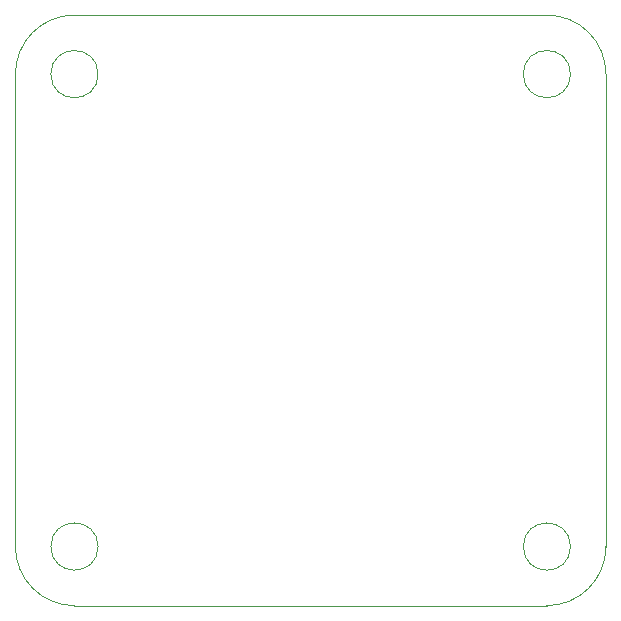
<source format=gbr>
G04 #@! TF.GenerationSoftware,KiCad,Pcbnew,5.1.4-e60b266~84~ubuntu19.04.1*
G04 #@! TF.CreationDate,2020-02-26T10:38:06+11:00*
G04 #@! TF.ProjectId,93ng-blue-aux-esp32-only,39336e67-2d62-46c7-9565-2d6175782d65,rev?*
G04 #@! TF.SameCoordinates,Original*
G04 #@! TF.FileFunction,Profile,NP*
%FSLAX46Y46*%
G04 Gerber Fmt 4.6, Leading zero omitted, Abs format (unit mm)*
G04 Created by KiCad (PCBNEW 5.1.4-e60b266~84~ubuntu19.04.1) date 2020-02-26 10:38:06*
%MOMM*%
%LPD*%
G04 APERTURE LIST*
%ADD10C,0.100000*%
G04 APERTURE END LIST*
D10*
X217000000Y-117000000D02*
G75*
G03X217000000Y-117000000I-2000000J0D01*
G01*
X177000000Y-117000000D02*
G75*
G03X177000000Y-117000000I-2000000J0D01*
G01*
X177000000Y-77000000D02*
G75*
G03X177000000Y-77000000I-2000000J0D01*
G01*
X217000000Y-77000000D02*
G75*
G03X217000000Y-77000000I-2000000J0D01*
G01*
X220000000Y-117000000D02*
G75*
G02X215000000Y-122000000I-5000000J0D01*
G01*
X175000000Y-122000000D02*
G75*
G02X170000000Y-117000000I0J5000000D01*
G01*
X170000000Y-77000000D02*
G75*
G02X175000000Y-72000000I5000000J0D01*
G01*
X215000000Y-72000000D02*
G75*
G02X220000000Y-77000000I0J-5000000D01*
G01*
X170000000Y-77000000D02*
X170000000Y-117000000D01*
X215000000Y-72000000D02*
X175000000Y-72000000D01*
X220000000Y-117000000D02*
X220000000Y-77000000D01*
X175000000Y-122000000D02*
X215000000Y-122000000D01*
M02*

</source>
